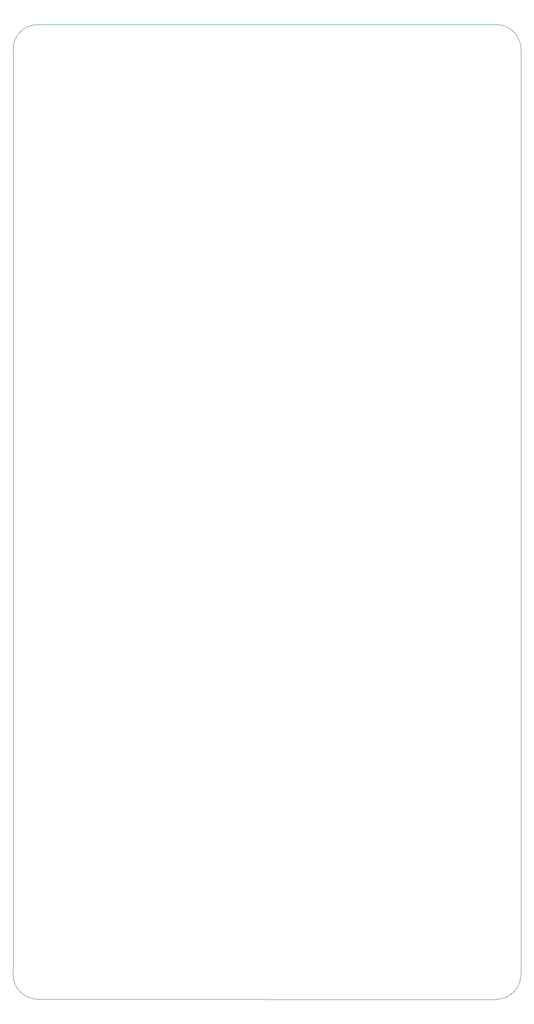
<source format=gm1>
G04 #@! TF.GenerationSoftware,KiCad,Pcbnew,(6.0.11)*
G04 #@! TF.CreationDate,2023-09-27T15:25:24-05:00*
G04 #@! TF.ProjectId,MB,4d422e6b-6963-4616-945f-706362585858,rev?*
G04 #@! TF.SameCoordinates,Original*
G04 #@! TF.FileFunction,Profile,NP*
%FSLAX46Y46*%
G04 Gerber Fmt 4.6, Leading zero omitted, Abs format (unit mm)*
G04 Created by KiCad (PCBNEW (6.0.11)) date 2023-09-27 15:25:24*
%MOMM*%
%LPD*%
G01*
G04 APERTURE LIST*
G04 #@! TA.AperFunction,Profile*
%ADD10C,0.100000*%
G04 #@! TD*
G04 APERTURE END LIST*
D10*
X88646000Y-233807000D02*
G75*
G03*
X93472000Y-238633000I4826000J0D01*
G01*
X93472000Y-50038000D02*
G75*
G03*
X88646000Y-54864000I0J-4826000D01*
G01*
X88646000Y-233807000D02*
X88646000Y-54864000D01*
X187071000Y-54864000D02*
X187071000Y-233823503D01*
X182245000Y-238649500D02*
G75*
G03*
X187071000Y-233823503I0J4826000D01*
G01*
X93472000Y-50038000D02*
X182245000Y-50038000D01*
X93472000Y-238633000D02*
X182245000Y-238649503D01*
X187071000Y-54864000D02*
G75*
G03*
X182245000Y-50038000I-4826000J0D01*
G01*
M02*

</source>
